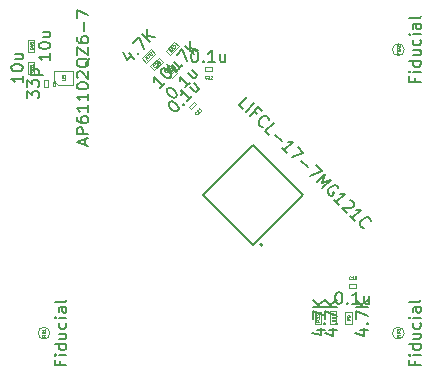
<source format=gbr>
%TF.GenerationSoftware,KiCad,Pcbnew,9.0.2*%
%TF.CreationDate,2025-11-14T17:05:06-08:00*%
%TF.ProjectId,pico2-nx-module,7069636f-322d-46e7-982d-6d6f64756c65,rev?*%
%TF.SameCoordinates,Original*%
%TF.FileFunction,AssemblyDrawing,Top*%
%FSLAX46Y46*%
G04 Gerber Fmt 4.6, Leading zero omitted, Abs format (unit mm)*
G04 Created by KiCad (PCBNEW 9.0.2) date 2025-11-14 17:05:06*
%MOMM*%
%LPD*%
G01*
G04 APERTURE LIST*
%ADD10C,0.150000*%
%ADD11C,0.040000*%
%ADD12C,0.100000*%
%ADD13C,0.127000*%
%ADD14C,0.200000*%
G04 APERTURE END LIST*
D10*
X113824197Y-74300834D02*
X114295602Y-74772239D01*
X113386464Y-74199819D02*
X113723182Y-74873254D01*
X113723182Y-74873254D02*
X114160915Y-74435521D01*
X114598647Y-74334506D02*
X114665991Y-74334506D01*
X114665991Y-74334506D02*
X114665991Y-74401849D01*
X114665991Y-74401849D02*
X114598647Y-74401849D01*
X114598647Y-74401849D02*
X114598647Y-74334506D01*
X114598647Y-74334506D02*
X114665991Y-74401849D01*
X114228258Y-73425369D02*
X114699662Y-72953964D01*
X114699662Y-72953964D02*
X115103723Y-73964117D01*
X115676143Y-73391697D02*
X114969036Y-72684590D01*
X116080204Y-72987636D02*
X115373097Y-72886621D01*
X115373097Y-72280529D02*
X115373097Y-73088651D01*
D11*
X113836016Y-73101144D02*
X113687187Y-73074880D01*
X113730961Y-73206200D02*
X113547113Y-73022352D01*
X113547113Y-73022352D02*
X113617150Y-72952315D01*
X113617150Y-72952315D02*
X113643414Y-72943560D01*
X113643414Y-72943560D02*
X113660923Y-72943560D01*
X113660923Y-72943560D02*
X113687187Y-72952315D01*
X113687187Y-72952315D02*
X113713451Y-72978579D01*
X113713451Y-72978579D02*
X113722206Y-73004843D01*
X113722206Y-73004843D02*
X113722206Y-73022352D01*
X113722206Y-73022352D02*
X113713451Y-73048616D01*
X113713451Y-73048616D02*
X113643414Y-73118653D01*
X113809752Y-72759712D02*
X113774734Y-72794731D01*
X113774734Y-72794731D02*
X113765979Y-72820995D01*
X113765979Y-72820995D02*
X113765979Y-72838504D01*
X113765979Y-72838504D02*
X113774734Y-72882278D01*
X113774734Y-72882278D02*
X113800998Y-72926051D01*
X113800998Y-72926051D02*
X113871035Y-72996088D01*
X113871035Y-72996088D02*
X113897299Y-73004843D01*
X113897299Y-73004843D02*
X113914808Y-73004843D01*
X113914808Y-73004843D02*
X113941072Y-72996088D01*
X113941072Y-72996088D02*
X113976091Y-72961070D01*
X113976091Y-72961070D02*
X113984846Y-72934806D01*
X113984846Y-72934806D02*
X113984846Y-72917296D01*
X113984846Y-72917296D02*
X113976091Y-72891032D01*
X113976091Y-72891032D02*
X113932318Y-72847259D01*
X113932318Y-72847259D02*
X113906054Y-72838504D01*
X113906054Y-72838504D02*
X113888544Y-72838504D01*
X113888544Y-72838504D02*
X113862280Y-72847259D01*
X113862280Y-72847259D02*
X113827262Y-72882278D01*
X113827262Y-72882278D02*
X113818507Y-72908542D01*
X113818507Y-72908542D02*
X113818507Y-72926051D01*
X113818507Y-72926051D02*
X113827262Y-72952315D01*
X113914808Y-72689675D02*
X113914808Y-72672166D01*
X113914808Y-72672166D02*
X113923563Y-72645902D01*
X113923563Y-72645902D02*
X113967336Y-72602129D01*
X113967336Y-72602129D02*
X113993600Y-72593374D01*
X113993600Y-72593374D02*
X114011109Y-72593374D01*
X114011109Y-72593374D02*
X114037373Y-72602129D01*
X114037373Y-72602129D02*
X114054883Y-72619638D01*
X114054883Y-72619638D02*
X114072392Y-72654657D01*
X114072392Y-72654657D02*
X114072392Y-72864768D01*
X114072392Y-72864768D02*
X114186203Y-72750958D01*
D10*
X103544819Y-73312857D02*
X103544819Y-73884285D01*
X103544819Y-73598571D02*
X102544819Y-73598571D01*
X102544819Y-73598571D02*
X102687676Y-73693809D01*
X102687676Y-73693809D02*
X102782914Y-73789047D01*
X102782914Y-73789047D02*
X102830533Y-73884285D01*
X102544819Y-72693809D02*
X102544819Y-72598571D01*
X102544819Y-72598571D02*
X102592438Y-72503333D01*
X102592438Y-72503333D02*
X102640057Y-72455714D01*
X102640057Y-72455714D02*
X102735295Y-72408095D01*
X102735295Y-72408095D02*
X102925771Y-72360476D01*
X102925771Y-72360476D02*
X103163866Y-72360476D01*
X103163866Y-72360476D02*
X103354342Y-72408095D01*
X103354342Y-72408095D02*
X103449580Y-72455714D01*
X103449580Y-72455714D02*
X103497200Y-72503333D01*
X103497200Y-72503333D02*
X103544819Y-72598571D01*
X103544819Y-72598571D02*
X103544819Y-72693809D01*
X103544819Y-72693809D02*
X103497200Y-72789047D01*
X103497200Y-72789047D02*
X103449580Y-72836666D01*
X103449580Y-72836666D02*
X103354342Y-72884285D01*
X103354342Y-72884285D02*
X103163866Y-72931904D01*
X103163866Y-72931904D02*
X102925771Y-72931904D01*
X102925771Y-72931904D02*
X102735295Y-72884285D01*
X102735295Y-72884285D02*
X102640057Y-72836666D01*
X102640057Y-72836666D02*
X102592438Y-72789047D01*
X102592438Y-72789047D02*
X102544819Y-72693809D01*
X102878152Y-71503333D02*
X103544819Y-71503333D01*
X102878152Y-71931904D02*
X103401961Y-71931904D01*
X103401961Y-71931904D02*
X103497200Y-71884285D01*
X103497200Y-71884285D02*
X103544819Y-71789047D01*
X103544819Y-71789047D02*
X103544819Y-71646190D01*
X103544819Y-71646190D02*
X103497200Y-71550952D01*
X103497200Y-71550952D02*
X103449580Y-71503333D01*
D11*
X102019765Y-72830714D02*
X102031670Y-72842618D01*
X102031670Y-72842618D02*
X102043574Y-72878333D01*
X102043574Y-72878333D02*
X102043574Y-72902142D01*
X102043574Y-72902142D02*
X102031670Y-72937856D01*
X102031670Y-72937856D02*
X102007860Y-72961666D01*
X102007860Y-72961666D02*
X101984050Y-72973571D01*
X101984050Y-72973571D02*
X101936431Y-72985475D01*
X101936431Y-72985475D02*
X101900717Y-72985475D01*
X101900717Y-72985475D02*
X101853098Y-72973571D01*
X101853098Y-72973571D02*
X101829289Y-72961666D01*
X101829289Y-72961666D02*
X101805479Y-72937856D01*
X101805479Y-72937856D02*
X101793574Y-72902142D01*
X101793574Y-72902142D02*
X101793574Y-72878333D01*
X101793574Y-72878333D02*
X101805479Y-72842618D01*
X101805479Y-72842618D02*
X101817384Y-72830714D01*
X101876908Y-72616428D02*
X102043574Y-72616428D01*
X101781670Y-72675952D02*
X101960241Y-72735475D01*
X101960241Y-72735475D02*
X101960241Y-72580714D01*
X101900717Y-72449761D02*
X101888812Y-72473571D01*
X101888812Y-72473571D02*
X101876908Y-72485476D01*
X101876908Y-72485476D02*
X101853098Y-72497380D01*
X101853098Y-72497380D02*
X101841193Y-72497380D01*
X101841193Y-72497380D02*
X101817384Y-72485476D01*
X101817384Y-72485476D02*
X101805479Y-72473571D01*
X101805479Y-72473571D02*
X101793574Y-72449761D01*
X101793574Y-72449761D02*
X101793574Y-72402142D01*
X101793574Y-72402142D02*
X101805479Y-72378333D01*
X101805479Y-72378333D02*
X101817384Y-72366428D01*
X101817384Y-72366428D02*
X101841193Y-72354523D01*
X101841193Y-72354523D02*
X101853098Y-72354523D01*
X101853098Y-72354523D02*
X101876908Y-72366428D01*
X101876908Y-72366428D02*
X101888812Y-72378333D01*
X101888812Y-72378333D02*
X101900717Y-72402142D01*
X101900717Y-72402142D02*
X101900717Y-72449761D01*
X101900717Y-72449761D02*
X101912622Y-72473571D01*
X101912622Y-72473571D02*
X101924527Y-72485476D01*
X101924527Y-72485476D02*
X101948336Y-72497380D01*
X101948336Y-72497380D02*
X101995955Y-72497380D01*
X101995955Y-72497380D02*
X102019765Y-72485476D01*
X102019765Y-72485476D02*
X102031670Y-72473571D01*
X102031670Y-72473571D02*
X102043574Y-72449761D01*
X102043574Y-72449761D02*
X102043574Y-72402142D01*
X102043574Y-72402142D02*
X102031670Y-72378333D01*
X102031670Y-72378333D02*
X102019765Y-72366428D01*
X102019765Y-72366428D02*
X101995955Y-72354523D01*
X101995955Y-72354523D02*
X101948336Y-72354523D01*
X101948336Y-72354523D02*
X101924527Y-72366428D01*
X101924527Y-72366428D02*
X101912622Y-72378333D01*
X101912622Y-72378333D02*
X101900717Y-72402142D01*
D10*
X127153552Y-96729410D02*
X127820219Y-96729410D01*
X126772600Y-96967505D02*
X127486885Y-97205600D01*
X127486885Y-97205600D02*
X127486885Y-96586553D01*
X127724980Y-96205600D02*
X127772600Y-96157981D01*
X127772600Y-96157981D02*
X127820219Y-96205600D01*
X127820219Y-96205600D02*
X127772600Y-96253219D01*
X127772600Y-96253219D02*
X127724980Y-96205600D01*
X127724980Y-96205600D02*
X127820219Y-96205600D01*
X126820219Y-95824648D02*
X126820219Y-95157982D01*
X126820219Y-95157982D02*
X127820219Y-95586553D01*
X127820219Y-94777029D02*
X126820219Y-94777029D01*
X127820219Y-94205601D02*
X127248790Y-94634172D01*
X126820219Y-94205601D02*
X127391647Y-94777029D01*
D11*
X126313600Y-95872743D02*
X126189791Y-95959410D01*
X126313600Y-96021315D02*
X126053600Y-96021315D01*
X126053600Y-96021315D02*
X126053600Y-95922267D01*
X126053600Y-95922267D02*
X126065981Y-95897505D01*
X126065981Y-95897505D02*
X126078362Y-95885124D01*
X126078362Y-95885124D02*
X126103124Y-95872743D01*
X126103124Y-95872743D02*
X126140267Y-95872743D01*
X126140267Y-95872743D02*
X126165029Y-95885124D01*
X126165029Y-95885124D02*
X126177410Y-95897505D01*
X126177410Y-95897505D02*
X126189791Y-95922267D01*
X126189791Y-95922267D02*
X126189791Y-96021315D01*
X126053600Y-95786077D02*
X126053600Y-95625124D01*
X126053600Y-95625124D02*
X126152648Y-95711791D01*
X126152648Y-95711791D02*
X126152648Y-95674648D01*
X126152648Y-95674648D02*
X126165029Y-95649886D01*
X126165029Y-95649886D02*
X126177410Y-95637505D01*
X126177410Y-95637505D02*
X126202172Y-95625124D01*
X126202172Y-95625124D02*
X126264077Y-95625124D01*
X126264077Y-95625124D02*
X126288839Y-95637505D01*
X126288839Y-95637505D02*
X126301220Y-95649886D01*
X126301220Y-95649886D02*
X126313600Y-95674648D01*
X126313600Y-95674648D02*
X126313600Y-95748934D01*
X126313600Y-95748934D02*
X126301220Y-95773696D01*
X126301220Y-95773696D02*
X126288839Y-95786077D01*
X126053600Y-95538458D02*
X126053600Y-95377505D01*
X126053600Y-95377505D02*
X126152648Y-95464172D01*
X126152648Y-95464172D02*
X126152648Y-95427029D01*
X126152648Y-95427029D02*
X126165029Y-95402267D01*
X126165029Y-95402267D02*
X126177410Y-95389886D01*
X126177410Y-95389886D02*
X126202172Y-95377505D01*
X126202172Y-95377505D02*
X126264077Y-95377505D01*
X126264077Y-95377505D02*
X126288839Y-95389886D01*
X126288839Y-95389886D02*
X126301220Y-95402267D01*
X126301220Y-95402267D02*
X126313600Y-95427029D01*
X126313600Y-95427029D02*
X126313600Y-95501315D01*
X126313600Y-95501315D02*
X126301220Y-95526077D01*
X126301220Y-95526077D02*
X126288839Y-95538458D01*
D10*
X101224821Y-75202855D02*
X101224821Y-75774283D01*
X101224821Y-75488569D02*
X100224821Y-75488569D01*
X100224821Y-75488569D02*
X100367678Y-75583807D01*
X100367678Y-75583807D02*
X100462916Y-75679045D01*
X100462916Y-75679045D02*
X100510535Y-75774283D01*
X100224821Y-74583807D02*
X100224821Y-74488569D01*
X100224821Y-74488569D02*
X100272440Y-74393331D01*
X100272440Y-74393331D02*
X100320059Y-74345712D01*
X100320059Y-74345712D02*
X100415297Y-74298093D01*
X100415297Y-74298093D02*
X100605773Y-74250474D01*
X100605773Y-74250474D02*
X100843868Y-74250474D01*
X100843868Y-74250474D02*
X101034344Y-74298093D01*
X101034344Y-74298093D02*
X101129582Y-74345712D01*
X101129582Y-74345712D02*
X101177202Y-74393331D01*
X101177202Y-74393331D02*
X101224821Y-74488569D01*
X101224821Y-74488569D02*
X101224821Y-74583807D01*
X101224821Y-74583807D02*
X101177202Y-74679045D01*
X101177202Y-74679045D02*
X101129582Y-74726664D01*
X101129582Y-74726664D02*
X101034344Y-74774283D01*
X101034344Y-74774283D02*
X100843868Y-74821902D01*
X100843868Y-74821902D02*
X100605773Y-74821902D01*
X100605773Y-74821902D02*
X100415297Y-74774283D01*
X100415297Y-74774283D02*
X100320059Y-74726664D01*
X100320059Y-74726664D02*
X100272440Y-74679045D01*
X100272440Y-74679045D02*
X100224821Y-74583807D01*
X100558154Y-73393331D02*
X101224821Y-73393331D01*
X100558154Y-73821902D02*
X101081963Y-73821902D01*
X101081963Y-73821902D02*
X101177202Y-73774283D01*
X101177202Y-73774283D02*
X101224821Y-73679045D01*
X101224821Y-73679045D02*
X101224821Y-73536188D01*
X101224821Y-73536188D02*
X101177202Y-73440950D01*
X101177202Y-73440950D02*
X101129582Y-73393331D01*
D11*
X102019767Y-74720712D02*
X102031672Y-74732616D01*
X102031672Y-74732616D02*
X102043576Y-74768331D01*
X102043576Y-74768331D02*
X102043576Y-74792140D01*
X102043576Y-74792140D02*
X102031672Y-74827854D01*
X102031672Y-74827854D02*
X102007862Y-74851664D01*
X102007862Y-74851664D02*
X101984052Y-74863569D01*
X101984052Y-74863569D02*
X101936433Y-74875473D01*
X101936433Y-74875473D02*
X101900719Y-74875473D01*
X101900719Y-74875473D02*
X101853100Y-74863569D01*
X101853100Y-74863569D02*
X101829291Y-74851664D01*
X101829291Y-74851664D02*
X101805481Y-74827854D01*
X101805481Y-74827854D02*
X101793576Y-74792140D01*
X101793576Y-74792140D02*
X101793576Y-74768331D01*
X101793576Y-74768331D02*
X101805481Y-74732616D01*
X101805481Y-74732616D02*
X101817386Y-74720712D01*
X101793576Y-74494521D02*
X101793576Y-74613569D01*
X101793576Y-74613569D02*
X101912624Y-74625473D01*
X101912624Y-74625473D02*
X101900719Y-74613569D01*
X101900719Y-74613569D02*
X101888814Y-74589759D01*
X101888814Y-74589759D02*
X101888814Y-74530235D01*
X101888814Y-74530235D02*
X101900719Y-74506426D01*
X101900719Y-74506426D02*
X101912624Y-74494521D01*
X101912624Y-74494521D02*
X101936433Y-74482616D01*
X101936433Y-74482616D02*
X101995957Y-74482616D01*
X101995957Y-74482616D02*
X102019767Y-74494521D01*
X102019767Y-74494521D02*
X102031672Y-74506426D01*
X102031672Y-74506426D02*
X102043576Y-74530235D01*
X102043576Y-74530235D02*
X102043576Y-74589759D01*
X102043576Y-74589759D02*
X102031672Y-74613569D01*
X102031672Y-74613569D02*
X102019767Y-74625473D01*
X102043576Y-74244521D02*
X102043576Y-74387378D01*
X102043576Y-74315950D02*
X101793576Y-74315950D01*
X101793576Y-74315950D02*
X101829291Y-74339759D01*
X101829291Y-74339759D02*
X101853100Y-74363569D01*
X101853100Y-74363569D02*
X101865005Y-74387378D01*
D10*
X113216691Y-75827007D02*
X112812630Y-76231068D01*
X113014661Y-76029037D02*
X112307554Y-75321931D01*
X112307554Y-75321931D02*
X112341226Y-75490289D01*
X112341226Y-75490289D02*
X112341226Y-75624976D01*
X112341226Y-75624976D02*
X112307554Y-75725992D01*
X112947317Y-74682167D02*
X113014661Y-74614824D01*
X113014661Y-74614824D02*
X113115676Y-74581152D01*
X113115676Y-74581152D02*
X113183020Y-74581152D01*
X113183020Y-74581152D02*
X113284035Y-74614824D01*
X113284035Y-74614824D02*
X113452394Y-74715839D01*
X113452394Y-74715839D02*
X113620752Y-74884198D01*
X113620752Y-74884198D02*
X113721768Y-75052557D01*
X113721768Y-75052557D02*
X113755439Y-75153572D01*
X113755439Y-75153572D02*
X113755439Y-75220915D01*
X113755439Y-75220915D02*
X113721768Y-75321931D01*
X113721768Y-75321931D02*
X113654424Y-75389274D01*
X113654424Y-75389274D02*
X113553409Y-75422946D01*
X113553409Y-75422946D02*
X113486065Y-75422946D01*
X113486065Y-75422946D02*
X113385050Y-75389274D01*
X113385050Y-75389274D02*
X113216691Y-75288259D01*
X113216691Y-75288259D02*
X113048333Y-75119900D01*
X113048333Y-75119900D02*
X112947317Y-74951541D01*
X112947317Y-74951541D02*
X112913646Y-74850526D01*
X112913646Y-74850526D02*
X112913646Y-74783183D01*
X112913646Y-74783183D02*
X112947317Y-74682167D01*
X114024814Y-74076076D02*
X114496218Y-74547480D01*
X113721768Y-74379121D02*
X114092157Y-74749511D01*
X114092157Y-74749511D02*
X114193172Y-74783182D01*
X114193172Y-74783182D02*
X114294188Y-74749511D01*
X114294188Y-74749511D02*
X114395203Y-74648495D01*
X114395203Y-74648495D02*
X114428875Y-74547480D01*
X114428875Y-74547480D02*
X114428875Y-74480137D01*
D11*
X112479242Y-74407704D02*
X112479242Y-74424540D01*
X112479242Y-74424540D02*
X112462406Y-74458212D01*
X112462406Y-74458212D02*
X112445570Y-74475048D01*
X112445570Y-74475048D02*
X112411899Y-74491883D01*
X112411899Y-74491883D02*
X112378227Y-74491883D01*
X112378227Y-74491883D02*
X112352973Y-74483466D01*
X112352973Y-74483466D02*
X112310883Y-74458212D01*
X112310883Y-74458212D02*
X112285630Y-74432958D01*
X112285630Y-74432958D02*
X112260376Y-74390868D01*
X112260376Y-74390868D02*
X112251958Y-74365614D01*
X112251958Y-74365614D02*
X112251958Y-74331943D01*
X112251958Y-74331943D02*
X112268794Y-74298271D01*
X112268794Y-74298271D02*
X112285630Y-74281435D01*
X112285630Y-74281435D02*
X112319301Y-74264599D01*
X112319301Y-74264599D02*
X112336137Y-74264599D01*
X112403481Y-74197256D02*
X112403481Y-74180420D01*
X112403481Y-74180420D02*
X112411899Y-74155166D01*
X112411899Y-74155166D02*
X112453988Y-74113076D01*
X112453988Y-74113076D02*
X112479242Y-74104658D01*
X112479242Y-74104658D02*
X112496078Y-74104658D01*
X112496078Y-74104658D02*
X112521332Y-74113076D01*
X112521332Y-74113076D02*
X112538168Y-74129912D01*
X112538168Y-74129912D02*
X112555004Y-74163584D01*
X112555004Y-74163584D02*
X112555004Y-74365614D01*
X112555004Y-74365614D02*
X112664437Y-74256181D01*
X112597093Y-73969972D02*
X112613929Y-73953136D01*
X112613929Y-73953136D02*
X112639183Y-73944718D01*
X112639183Y-73944718D02*
X112656019Y-73944718D01*
X112656019Y-73944718D02*
X112681272Y-73953136D01*
X112681272Y-73953136D02*
X112723362Y-73978389D01*
X112723362Y-73978389D02*
X112765452Y-74020479D01*
X112765452Y-74020479D02*
X112790706Y-74062569D01*
X112790706Y-74062569D02*
X112799124Y-74087823D01*
X112799124Y-74087823D02*
X112799124Y-74104659D01*
X112799124Y-74104659D02*
X112790706Y-74129912D01*
X112790706Y-74129912D02*
X112773870Y-74146748D01*
X112773870Y-74146748D02*
X112748616Y-74155166D01*
X112748616Y-74155166D02*
X112731780Y-74155166D01*
X112731780Y-74155166D02*
X112706526Y-74146748D01*
X112706526Y-74146748D02*
X112664437Y-74121494D01*
X112664437Y-74121494D02*
X112622347Y-74079405D01*
X112622347Y-74079405D02*
X112597093Y-74037315D01*
X112597093Y-74037315D02*
X112588675Y-74012061D01*
X112588675Y-74012061D02*
X112588675Y-73995225D01*
X112588675Y-73995225D02*
X112597093Y-73969972D01*
D10*
X134381009Y-75380952D02*
X134381009Y-75714285D01*
X134904819Y-75714285D02*
X133904819Y-75714285D01*
X133904819Y-75714285D02*
X133904819Y-75238095D01*
X134904819Y-74857142D02*
X134238152Y-74857142D01*
X133904819Y-74857142D02*
X133952438Y-74904761D01*
X133952438Y-74904761D02*
X134000057Y-74857142D01*
X134000057Y-74857142D02*
X133952438Y-74809523D01*
X133952438Y-74809523D02*
X133904819Y-74857142D01*
X133904819Y-74857142D02*
X134000057Y-74857142D01*
X134904819Y-73952381D02*
X133904819Y-73952381D01*
X134857200Y-73952381D02*
X134904819Y-74047619D01*
X134904819Y-74047619D02*
X134904819Y-74238095D01*
X134904819Y-74238095D02*
X134857200Y-74333333D01*
X134857200Y-74333333D02*
X134809580Y-74380952D01*
X134809580Y-74380952D02*
X134714342Y-74428571D01*
X134714342Y-74428571D02*
X134428628Y-74428571D01*
X134428628Y-74428571D02*
X134333390Y-74380952D01*
X134333390Y-74380952D02*
X134285771Y-74333333D01*
X134285771Y-74333333D02*
X134238152Y-74238095D01*
X134238152Y-74238095D02*
X134238152Y-74047619D01*
X134238152Y-74047619D02*
X134285771Y-73952381D01*
X134238152Y-73047619D02*
X134904819Y-73047619D01*
X134238152Y-73476190D02*
X134761961Y-73476190D01*
X134761961Y-73476190D02*
X134857200Y-73428571D01*
X134857200Y-73428571D02*
X134904819Y-73333333D01*
X134904819Y-73333333D02*
X134904819Y-73190476D01*
X134904819Y-73190476D02*
X134857200Y-73095238D01*
X134857200Y-73095238D02*
X134809580Y-73047619D01*
X134857200Y-72142857D02*
X134904819Y-72238095D01*
X134904819Y-72238095D02*
X134904819Y-72428571D01*
X134904819Y-72428571D02*
X134857200Y-72523809D01*
X134857200Y-72523809D02*
X134809580Y-72571428D01*
X134809580Y-72571428D02*
X134714342Y-72619047D01*
X134714342Y-72619047D02*
X134428628Y-72619047D01*
X134428628Y-72619047D02*
X134333390Y-72571428D01*
X134333390Y-72571428D02*
X134285771Y-72523809D01*
X134285771Y-72523809D02*
X134238152Y-72428571D01*
X134238152Y-72428571D02*
X134238152Y-72238095D01*
X134238152Y-72238095D02*
X134285771Y-72142857D01*
X134904819Y-71714285D02*
X134238152Y-71714285D01*
X133904819Y-71714285D02*
X133952438Y-71761904D01*
X133952438Y-71761904D02*
X134000057Y-71714285D01*
X134000057Y-71714285D02*
X133952438Y-71666666D01*
X133952438Y-71666666D02*
X133904819Y-71714285D01*
X133904819Y-71714285D02*
X134000057Y-71714285D01*
X134904819Y-70809524D02*
X134381009Y-70809524D01*
X134381009Y-70809524D02*
X134285771Y-70857143D01*
X134285771Y-70857143D02*
X134238152Y-70952381D01*
X134238152Y-70952381D02*
X134238152Y-71142857D01*
X134238152Y-71142857D02*
X134285771Y-71238095D01*
X134857200Y-70809524D02*
X134904819Y-70904762D01*
X134904819Y-70904762D02*
X134904819Y-71142857D01*
X134904819Y-71142857D02*
X134857200Y-71238095D01*
X134857200Y-71238095D02*
X134761961Y-71285714D01*
X134761961Y-71285714D02*
X134666723Y-71285714D01*
X134666723Y-71285714D02*
X134571485Y-71238095D01*
X134571485Y-71238095D02*
X134523866Y-71142857D01*
X134523866Y-71142857D02*
X134523866Y-70904762D01*
X134523866Y-70904762D02*
X134476247Y-70809524D01*
X134904819Y-70190476D02*
X134857200Y-70285714D01*
X134857200Y-70285714D02*
X134761961Y-70333333D01*
X134761961Y-70333333D02*
X133904819Y-70333333D01*
D11*
X132982622Y-73267856D02*
X132982622Y-73351190D01*
X133113574Y-73351190D02*
X132863574Y-73351190D01*
X132863574Y-73351190D02*
X132863574Y-73232142D01*
X133113574Y-73136904D02*
X132863574Y-73136904D01*
X133113574Y-73017856D02*
X132863574Y-73017856D01*
X132863574Y-73017856D02*
X132863574Y-72958332D01*
X132863574Y-72958332D02*
X132875479Y-72922618D01*
X132875479Y-72922618D02*
X132899289Y-72898808D01*
X132899289Y-72898808D02*
X132923098Y-72886903D01*
X132923098Y-72886903D02*
X132970717Y-72874999D01*
X132970717Y-72874999D02*
X133006431Y-72874999D01*
X133006431Y-72874999D02*
X133054050Y-72886903D01*
X133054050Y-72886903D02*
X133077860Y-72898808D01*
X133077860Y-72898808D02*
X133101670Y-72922618D01*
X133101670Y-72922618D02*
X133113574Y-72958332D01*
X133113574Y-72958332D02*
X133113574Y-73017856D01*
X132887384Y-72779760D02*
X132875479Y-72767856D01*
X132875479Y-72767856D02*
X132863574Y-72744046D01*
X132863574Y-72744046D02*
X132863574Y-72684522D01*
X132863574Y-72684522D02*
X132875479Y-72660713D01*
X132875479Y-72660713D02*
X132887384Y-72648808D01*
X132887384Y-72648808D02*
X132911193Y-72636903D01*
X132911193Y-72636903D02*
X132935003Y-72636903D01*
X132935003Y-72636903D02*
X132970717Y-72648808D01*
X132970717Y-72648808D02*
X133113574Y-72791665D01*
X133113574Y-72791665D02*
X133113574Y-72636903D01*
D10*
X126113552Y-96709412D02*
X126780219Y-96709412D01*
X125732600Y-96947507D02*
X126446885Y-97185602D01*
X126446885Y-97185602D02*
X126446885Y-96566555D01*
X126684980Y-96185602D02*
X126732600Y-96137983D01*
X126732600Y-96137983D02*
X126780219Y-96185602D01*
X126780219Y-96185602D02*
X126732600Y-96233221D01*
X126732600Y-96233221D02*
X126684980Y-96185602D01*
X126684980Y-96185602D02*
X126780219Y-96185602D01*
X125780219Y-95804650D02*
X125780219Y-95137984D01*
X125780219Y-95137984D02*
X126780219Y-95566555D01*
X126780219Y-94757031D02*
X125780219Y-94757031D01*
X126780219Y-94185603D02*
X126208790Y-94614174D01*
X125780219Y-94185603D02*
X126351647Y-94757031D01*
D11*
X127613600Y-95852745D02*
X127489791Y-95939412D01*
X127613600Y-96001317D02*
X127353600Y-96001317D01*
X127353600Y-96001317D02*
X127353600Y-95902269D01*
X127353600Y-95902269D02*
X127365981Y-95877507D01*
X127365981Y-95877507D02*
X127378362Y-95865126D01*
X127378362Y-95865126D02*
X127403124Y-95852745D01*
X127403124Y-95852745D02*
X127440267Y-95852745D01*
X127440267Y-95852745D02*
X127465029Y-95865126D01*
X127465029Y-95865126D02*
X127477410Y-95877507D01*
X127477410Y-95877507D02*
X127489791Y-95902269D01*
X127489791Y-95902269D02*
X127489791Y-96001317D01*
X127353600Y-95617507D02*
X127353600Y-95741317D01*
X127353600Y-95741317D02*
X127477410Y-95753698D01*
X127477410Y-95753698D02*
X127465029Y-95741317D01*
X127465029Y-95741317D02*
X127452648Y-95716555D01*
X127452648Y-95716555D02*
X127452648Y-95654650D01*
X127452648Y-95654650D02*
X127465029Y-95629888D01*
X127465029Y-95629888D02*
X127477410Y-95617507D01*
X127477410Y-95617507D02*
X127502172Y-95605126D01*
X127502172Y-95605126D02*
X127564077Y-95605126D01*
X127564077Y-95605126D02*
X127588839Y-95617507D01*
X127588839Y-95617507D02*
X127601220Y-95629888D01*
X127601220Y-95629888D02*
X127613600Y-95654650D01*
X127613600Y-95654650D02*
X127613600Y-95716555D01*
X127613600Y-95716555D02*
X127601220Y-95741317D01*
X127601220Y-95741317D02*
X127588839Y-95753698D01*
X127613600Y-95357507D02*
X127613600Y-95506079D01*
X127613600Y-95431793D02*
X127353600Y-95431793D01*
X127353600Y-95431793D02*
X127390743Y-95456555D01*
X127390743Y-95456555D02*
X127415505Y-95481317D01*
X127415505Y-95481317D02*
X127427886Y-95506079D01*
D10*
X127917314Y-93520019D02*
X128012552Y-93520019D01*
X128012552Y-93520019D02*
X128107790Y-93567638D01*
X128107790Y-93567638D02*
X128155409Y-93615257D01*
X128155409Y-93615257D02*
X128203028Y-93710495D01*
X128203028Y-93710495D02*
X128250647Y-93900971D01*
X128250647Y-93900971D02*
X128250647Y-94139066D01*
X128250647Y-94139066D02*
X128203028Y-94329542D01*
X128203028Y-94329542D02*
X128155409Y-94424780D01*
X128155409Y-94424780D02*
X128107790Y-94472400D01*
X128107790Y-94472400D02*
X128012552Y-94520019D01*
X128012552Y-94520019D02*
X127917314Y-94520019D01*
X127917314Y-94520019D02*
X127822076Y-94472400D01*
X127822076Y-94472400D02*
X127774457Y-94424780D01*
X127774457Y-94424780D02*
X127726838Y-94329542D01*
X127726838Y-94329542D02*
X127679219Y-94139066D01*
X127679219Y-94139066D02*
X127679219Y-93900971D01*
X127679219Y-93900971D02*
X127726838Y-93710495D01*
X127726838Y-93710495D02*
X127774457Y-93615257D01*
X127774457Y-93615257D02*
X127822076Y-93567638D01*
X127822076Y-93567638D02*
X127917314Y-93520019D01*
X128679219Y-94424780D02*
X128726838Y-94472400D01*
X128726838Y-94472400D02*
X128679219Y-94520019D01*
X128679219Y-94520019D02*
X128631600Y-94472400D01*
X128631600Y-94472400D02*
X128679219Y-94424780D01*
X128679219Y-94424780D02*
X128679219Y-94520019D01*
X129679218Y-94520019D02*
X129107790Y-94520019D01*
X129393504Y-94520019D02*
X129393504Y-93520019D01*
X129393504Y-93520019D02*
X129298266Y-93662876D01*
X129298266Y-93662876D02*
X129203028Y-93758114D01*
X129203028Y-93758114D02*
X129107790Y-93805733D01*
X130536361Y-93853352D02*
X130536361Y-94520019D01*
X130107790Y-93853352D02*
X130107790Y-94377161D01*
X130107790Y-94377161D02*
X130155409Y-94472400D01*
X130155409Y-94472400D02*
X130250647Y-94520019D01*
X130250647Y-94520019D02*
X130393504Y-94520019D01*
X130393504Y-94520019D02*
X130488742Y-94472400D01*
X130488742Y-94472400D02*
X130536361Y-94424780D01*
D11*
X128970885Y-92424964D02*
X128958981Y-92436869D01*
X128958981Y-92436869D02*
X128923266Y-92448773D01*
X128923266Y-92448773D02*
X128899457Y-92448773D01*
X128899457Y-92448773D02*
X128863743Y-92436869D01*
X128863743Y-92436869D02*
X128839933Y-92413059D01*
X128839933Y-92413059D02*
X128828028Y-92389249D01*
X128828028Y-92389249D02*
X128816124Y-92341630D01*
X128816124Y-92341630D02*
X128816124Y-92305916D01*
X128816124Y-92305916D02*
X128828028Y-92258297D01*
X128828028Y-92258297D02*
X128839933Y-92234488D01*
X128839933Y-92234488D02*
X128863743Y-92210678D01*
X128863743Y-92210678D02*
X128899457Y-92198773D01*
X128899457Y-92198773D02*
X128923266Y-92198773D01*
X128923266Y-92198773D02*
X128958981Y-92210678D01*
X128958981Y-92210678D02*
X128970885Y-92222583D01*
X129208981Y-92448773D02*
X129066124Y-92448773D01*
X129137552Y-92448773D02*
X129137552Y-92198773D01*
X129137552Y-92198773D02*
X129113743Y-92234488D01*
X129113743Y-92234488D02*
X129089933Y-92258297D01*
X129089933Y-92258297D02*
X129066124Y-92270202D01*
X129351838Y-92305916D02*
X129328028Y-92294011D01*
X129328028Y-92294011D02*
X129316123Y-92282107D01*
X129316123Y-92282107D02*
X129304219Y-92258297D01*
X129304219Y-92258297D02*
X129304219Y-92246392D01*
X129304219Y-92246392D02*
X129316123Y-92222583D01*
X129316123Y-92222583D02*
X129328028Y-92210678D01*
X129328028Y-92210678D02*
X129351838Y-92198773D01*
X129351838Y-92198773D02*
X129399457Y-92198773D01*
X129399457Y-92198773D02*
X129423266Y-92210678D01*
X129423266Y-92210678D02*
X129435171Y-92222583D01*
X129435171Y-92222583D02*
X129447076Y-92246392D01*
X129447076Y-92246392D02*
X129447076Y-92258297D01*
X129447076Y-92258297D02*
X129435171Y-92282107D01*
X129435171Y-92282107D02*
X129423266Y-92294011D01*
X129423266Y-92294011D02*
X129399457Y-92305916D01*
X129399457Y-92305916D02*
X129351838Y-92305916D01*
X129351838Y-92305916D02*
X129328028Y-92317821D01*
X129328028Y-92317821D02*
X129316123Y-92329726D01*
X129316123Y-92329726D02*
X129304219Y-92353535D01*
X129304219Y-92353535D02*
X129304219Y-92401154D01*
X129304219Y-92401154D02*
X129316123Y-92424964D01*
X129316123Y-92424964D02*
X129328028Y-92436869D01*
X129328028Y-92436869D02*
X129351838Y-92448773D01*
X129351838Y-92448773D02*
X129399457Y-92448773D01*
X129399457Y-92448773D02*
X129423266Y-92436869D01*
X129423266Y-92436869D02*
X129435171Y-92424964D01*
X129435171Y-92424964D02*
X129447076Y-92401154D01*
X129447076Y-92401154D02*
X129447076Y-92353535D01*
X129447076Y-92353535D02*
X129435171Y-92329726D01*
X129435171Y-92329726D02*
X129423266Y-92317821D01*
X129423266Y-92317821D02*
X129399457Y-92305916D01*
D10*
X101584819Y-77131902D02*
X101584819Y-76512855D01*
X101584819Y-76512855D02*
X101965771Y-76846188D01*
X101965771Y-76846188D02*
X101965771Y-76703331D01*
X101965771Y-76703331D02*
X102013390Y-76608093D01*
X102013390Y-76608093D02*
X102061009Y-76560474D01*
X102061009Y-76560474D02*
X102156247Y-76512855D01*
X102156247Y-76512855D02*
X102394342Y-76512855D01*
X102394342Y-76512855D02*
X102489580Y-76560474D01*
X102489580Y-76560474D02*
X102537200Y-76608093D01*
X102537200Y-76608093D02*
X102584819Y-76703331D01*
X102584819Y-76703331D02*
X102584819Y-76989045D01*
X102584819Y-76989045D02*
X102537200Y-77084283D01*
X102537200Y-77084283D02*
X102489580Y-77131902D01*
X101584819Y-76179521D02*
X101584819Y-75560474D01*
X101584819Y-75560474D02*
X101965771Y-75893807D01*
X101965771Y-75893807D02*
X101965771Y-75750950D01*
X101965771Y-75750950D02*
X102013390Y-75655712D01*
X102013390Y-75655712D02*
X102061009Y-75608093D01*
X102061009Y-75608093D02*
X102156247Y-75560474D01*
X102156247Y-75560474D02*
X102394342Y-75560474D01*
X102394342Y-75560474D02*
X102489580Y-75608093D01*
X102489580Y-75608093D02*
X102537200Y-75655712D01*
X102537200Y-75655712D02*
X102584819Y-75750950D01*
X102584819Y-75750950D02*
X102584819Y-76036664D01*
X102584819Y-76036664D02*
X102537200Y-76131902D01*
X102537200Y-76131902D02*
X102489580Y-76179521D01*
X101918152Y-75131902D02*
X102918152Y-75131902D01*
X101965771Y-75131902D02*
X101918152Y-75036664D01*
X101918152Y-75036664D02*
X101918152Y-74846188D01*
X101918152Y-74846188D02*
X101965771Y-74750950D01*
X101965771Y-74750950D02*
X102013390Y-74703331D01*
X102013390Y-74703331D02*
X102108628Y-74655712D01*
X102108628Y-74655712D02*
X102394342Y-74655712D01*
X102394342Y-74655712D02*
X102489580Y-74703331D01*
X102489580Y-74703331D02*
X102537200Y-74750950D01*
X102537200Y-74750950D02*
X102584819Y-74846188D01*
X102584819Y-74846188D02*
X102584819Y-75036664D01*
X102584819Y-75036664D02*
X102537200Y-75131902D01*
D11*
X103949766Y-75911664D02*
X103961671Y-75923568D01*
X103961671Y-75923568D02*
X103973575Y-75959283D01*
X103973575Y-75959283D02*
X103973575Y-75983092D01*
X103973575Y-75983092D02*
X103961671Y-76018806D01*
X103961671Y-76018806D02*
X103937861Y-76042616D01*
X103937861Y-76042616D02*
X103914051Y-76054521D01*
X103914051Y-76054521D02*
X103866432Y-76066425D01*
X103866432Y-76066425D02*
X103830718Y-76066425D01*
X103830718Y-76066425D02*
X103783099Y-76054521D01*
X103783099Y-76054521D02*
X103759290Y-76042616D01*
X103759290Y-76042616D02*
X103735480Y-76018806D01*
X103735480Y-76018806D02*
X103723575Y-75983092D01*
X103723575Y-75983092D02*
X103723575Y-75959283D01*
X103723575Y-75959283D02*
X103735480Y-75923568D01*
X103735480Y-75923568D02*
X103747385Y-75911664D01*
X103723575Y-75697378D02*
X103723575Y-75744997D01*
X103723575Y-75744997D02*
X103735480Y-75768806D01*
X103735480Y-75768806D02*
X103747385Y-75780711D01*
X103747385Y-75780711D02*
X103783099Y-75804521D01*
X103783099Y-75804521D02*
X103830718Y-75816425D01*
X103830718Y-75816425D02*
X103925956Y-75816425D01*
X103925956Y-75816425D02*
X103949766Y-75804521D01*
X103949766Y-75804521D02*
X103961671Y-75792616D01*
X103961671Y-75792616D02*
X103973575Y-75768806D01*
X103973575Y-75768806D02*
X103973575Y-75721187D01*
X103973575Y-75721187D02*
X103961671Y-75697378D01*
X103961671Y-75697378D02*
X103949766Y-75685473D01*
X103949766Y-75685473D02*
X103925956Y-75673568D01*
X103925956Y-75673568D02*
X103866432Y-75673568D01*
X103866432Y-75673568D02*
X103842623Y-75685473D01*
X103842623Y-75685473D02*
X103830718Y-75697378D01*
X103830718Y-75697378D02*
X103818813Y-75721187D01*
X103818813Y-75721187D02*
X103818813Y-75768806D01*
X103818813Y-75768806D02*
X103830718Y-75792616D01*
X103830718Y-75792616D02*
X103842623Y-75804521D01*
X103842623Y-75804521D02*
X103866432Y-75816425D01*
D10*
X129753552Y-96729410D02*
X130420219Y-96729410D01*
X129372600Y-96967505D02*
X130086885Y-97205600D01*
X130086885Y-97205600D02*
X130086885Y-96586553D01*
X130324980Y-96205600D02*
X130372600Y-96157981D01*
X130372600Y-96157981D02*
X130420219Y-96205600D01*
X130420219Y-96205600D02*
X130372600Y-96253219D01*
X130372600Y-96253219D02*
X130324980Y-96205600D01*
X130324980Y-96205600D02*
X130420219Y-96205600D01*
X129420219Y-95824648D02*
X129420219Y-95157982D01*
X129420219Y-95157982D02*
X130420219Y-95586553D01*
X130420219Y-94777029D02*
X129420219Y-94777029D01*
X130420219Y-94205601D02*
X129848790Y-94634172D01*
X129420219Y-94205601D02*
X129991647Y-94777029D01*
D11*
X128913600Y-95748933D02*
X128789791Y-95835600D01*
X128913600Y-95897505D02*
X128653600Y-95897505D01*
X128653600Y-95897505D02*
X128653600Y-95798457D01*
X128653600Y-95798457D02*
X128665981Y-95773695D01*
X128665981Y-95773695D02*
X128678362Y-95761314D01*
X128678362Y-95761314D02*
X128703124Y-95748933D01*
X128703124Y-95748933D02*
X128740267Y-95748933D01*
X128740267Y-95748933D02*
X128765029Y-95761314D01*
X128765029Y-95761314D02*
X128777410Y-95773695D01*
X128777410Y-95773695D02*
X128789791Y-95798457D01*
X128789791Y-95798457D02*
X128789791Y-95897505D01*
X128913600Y-95625124D02*
X128913600Y-95575600D01*
X128913600Y-95575600D02*
X128901220Y-95550838D01*
X128901220Y-95550838D02*
X128888839Y-95538457D01*
X128888839Y-95538457D02*
X128851696Y-95513695D01*
X128851696Y-95513695D02*
X128802172Y-95501314D01*
X128802172Y-95501314D02*
X128703124Y-95501314D01*
X128703124Y-95501314D02*
X128678362Y-95513695D01*
X128678362Y-95513695D02*
X128665981Y-95526076D01*
X128665981Y-95526076D02*
X128653600Y-95550838D01*
X128653600Y-95550838D02*
X128653600Y-95600362D01*
X128653600Y-95600362D02*
X128665981Y-95625124D01*
X128665981Y-95625124D02*
X128678362Y-95637505D01*
X128678362Y-95637505D02*
X128703124Y-95649886D01*
X128703124Y-95649886D02*
X128765029Y-95649886D01*
X128765029Y-95649886D02*
X128789791Y-95637505D01*
X128789791Y-95637505D02*
X128802172Y-95625124D01*
X128802172Y-95625124D02*
X128814553Y-95600362D01*
X128814553Y-95600362D02*
X128814553Y-95550838D01*
X128814553Y-95550838D02*
X128802172Y-95526076D01*
X128802172Y-95526076D02*
X128789791Y-95513695D01*
X128789791Y-95513695D02*
X128765029Y-95501314D01*
D10*
X106479106Y-81062972D02*
X106479106Y-80586782D01*
X106764821Y-81158210D02*
X105764821Y-80824877D01*
X105764821Y-80824877D02*
X106764821Y-80491544D01*
X106764821Y-80158210D02*
X105764821Y-80158210D01*
X105764821Y-80158210D02*
X105764821Y-79777258D01*
X105764821Y-79777258D02*
X105812440Y-79682020D01*
X105812440Y-79682020D02*
X105860059Y-79634401D01*
X105860059Y-79634401D02*
X105955297Y-79586782D01*
X105955297Y-79586782D02*
X106098154Y-79586782D01*
X106098154Y-79586782D02*
X106193392Y-79634401D01*
X106193392Y-79634401D02*
X106241011Y-79682020D01*
X106241011Y-79682020D02*
X106288630Y-79777258D01*
X106288630Y-79777258D02*
X106288630Y-80158210D01*
X105764821Y-78729639D02*
X105764821Y-78920115D01*
X105764821Y-78920115D02*
X105812440Y-79015353D01*
X105812440Y-79015353D02*
X105860059Y-79062972D01*
X105860059Y-79062972D02*
X106002916Y-79158210D01*
X106002916Y-79158210D02*
X106193392Y-79205829D01*
X106193392Y-79205829D02*
X106574344Y-79205829D01*
X106574344Y-79205829D02*
X106669582Y-79158210D01*
X106669582Y-79158210D02*
X106717202Y-79110591D01*
X106717202Y-79110591D02*
X106764821Y-79015353D01*
X106764821Y-79015353D02*
X106764821Y-78824877D01*
X106764821Y-78824877D02*
X106717202Y-78729639D01*
X106717202Y-78729639D02*
X106669582Y-78682020D01*
X106669582Y-78682020D02*
X106574344Y-78634401D01*
X106574344Y-78634401D02*
X106336249Y-78634401D01*
X106336249Y-78634401D02*
X106241011Y-78682020D01*
X106241011Y-78682020D02*
X106193392Y-78729639D01*
X106193392Y-78729639D02*
X106145773Y-78824877D01*
X106145773Y-78824877D02*
X106145773Y-79015353D01*
X106145773Y-79015353D02*
X106193392Y-79110591D01*
X106193392Y-79110591D02*
X106241011Y-79158210D01*
X106241011Y-79158210D02*
X106336249Y-79205829D01*
X106764821Y-77682020D02*
X106764821Y-78253448D01*
X106764821Y-77967734D02*
X105764821Y-77967734D01*
X105764821Y-77967734D02*
X105907678Y-78062972D01*
X105907678Y-78062972D02*
X106002916Y-78158210D01*
X106002916Y-78158210D02*
X106050535Y-78253448D01*
X106764821Y-76729639D02*
X106764821Y-77301067D01*
X106764821Y-77015353D02*
X105764821Y-77015353D01*
X105764821Y-77015353D02*
X105907678Y-77110591D01*
X105907678Y-77110591D02*
X106002916Y-77205829D01*
X106002916Y-77205829D02*
X106050535Y-77301067D01*
X105764821Y-76110591D02*
X105764821Y-76015353D01*
X105764821Y-76015353D02*
X105812440Y-75920115D01*
X105812440Y-75920115D02*
X105860059Y-75872496D01*
X105860059Y-75872496D02*
X105955297Y-75824877D01*
X105955297Y-75824877D02*
X106145773Y-75777258D01*
X106145773Y-75777258D02*
X106383868Y-75777258D01*
X106383868Y-75777258D02*
X106574344Y-75824877D01*
X106574344Y-75824877D02*
X106669582Y-75872496D01*
X106669582Y-75872496D02*
X106717202Y-75920115D01*
X106717202Y-75920115D02*
X106764821Y-76015353D01*
X106764821Y-76015353D02*
X106764821Y-76110591D01*
X106764821Y-76110591D02*
X106717202Y-76205829D01*
X106717202Y-76205829D02*
X106669582Y-76253448D01*
X106669582Y-76253448D02*
X106574344Y-76301067D01*
X106574344Y-76301067D02*
X106383868Y-76348686D01*
X106383868Y-76348686D02*
X106145773Y-76348686D01*
X106145773Y-76348686D02*
X105955297Y-76301067D01*
X105955297Y-76301067D02*
X105860059Y-76253448D01*
X105860059Y-76253448D02*
X105812440Y-76205829D01*
X105812440Y-76205829D02*
X105764821Y-76110591D01*
X105860059Y-75396305D02*
X105812440Y-75348686D01*
X105812440Y-75348686D02*
X105764821Y-75253448D01*
X105764821Y-75253448D02*
X105764821Y-75015353D01*
X105764821Y-75015353D02*
X105812440Y-74920115D01*
X105812440Y-74920115D02*
X105860059Y-74872496D01*
X105860059Y-74872496D02*
X105955297Y-74824877D01*
X105955297Y-74824877D02*
X106050535Y-74824877D01*
X106050535Y-74824877D02*
X106193392Y-74872496D01*
X106193392Y-74872496D02*
X106764821Y-75443924D01*
X106764821Y-75443924D02*
X106764821Y-74824877D01*
X106860059Y-73729639D02*
X106812440Y-73824877D01*
X106812440Y-73824877D02*
X106717202Y-73920115D01*
X106717202Y-73920115D02*
X106574344Y-74062972D01*
X106574344Y-74062972D02*
X106526725Y-74158210D01*
X106526725Y-74158210D02*
X106526725Y-74253448D01*
X106764821Y-74205829D02*
X106717202Y-74301067D01*
X106717202Y-74301067D02*
X106621963Y-74396305D01*
X106621963Y-74396305D02*
X106431487Y-74443924D01*
X106431487Y-74443924D02*
X106098154Y-74443924D01*
X106098154Y-74443924D02*
X105907678Y-74396305D01*
X105907678Y-74396305D02*
X105812440Y-74301067D01*
X105812440Y-74301067D02*
X105764821Y-74205829D01*
X105764821Y-74205829D02*
X105764821Y-74015353D01*
X105764821Y-74015353D02*
X105812440Y-73920115D01*
X105812440Y-73920115D02*
X105907678Y-73824877D01*
X105907678Y-73824877D02*
X106098154Y-73777258D01*
X106098154Y-73777258D02*
X106431487Y-73777258D01*
X106431487Y-73777258D02*
X106621963Y-73824877D01*
X106621963Y-73824877D02*
X106717202Y-73920115D01*
X106717202Y-73920115D02*
X106764821Y-74015353D01*
X106764821Y-74015353D02*
X106764821Y-74205829D01*
X105764821Y-73443924D02*
X105764821Y-72777258D01*
X105764821Y-72777258D02*
X106764821Y-73443924D01*
X106764821Y-73443924D02*
X106764821Y-72777258D01*
X105764821Y-71967734D02*
X105764821Y-72158210D01*
X105764821Y-72158210D02*
X105812440Y-72253448D01*
X105812440Y-72253448D02*
X105860059Y-72301067D01*
X105860059Y-72301067D02*
X106002916Y-72396305D01*
X106002916Y-72396305D02*
X106193392Y-72443924D01*
X106193392Y-72443924D02*
X106574344Y-72443924D01*
X106574344Y-72443924D02*
X106669582Y-72396305D01*
X106669582Y-72396305D02*
X106717202Y-72348686D01*
X106717202Y-72348686D02*
X106764821Y-72253448D01*
X106764821Y-72253448D02*
X106764821Y-72062972D01*
X106764821Y-72062972D02*
X106717202Y-71967734D01*
X106717202Y-71967734D02*
X106669582Y-71920115D01*
X106669582Y-71920115D02*
X106574344Y-71872496D01*
X106574344Y-71872496D02*
X106336249Y-71872496D01*
X106336249Y-71872496D02*
X106241011Y-71920115D01*
X106241011Y-71920115D02*
X106193392Y-71967734D01*
X106193392Y-71967734D02*
X106145773Y-72062972D01*
X106145773Y-72062972D02*
X106145773Y-72253448D01*
X106145773Y-72253448D02*
X106193392Y-72348686D01*
X106193392Y-72348686D02*
X106241011Y-72396305D01*
X106241011Y-72396305D02*
X106336249Y-72443924D01*
X106383868Y-71443924D02*
X106383868Y-70682020D01*
X105764821Y-70301067D02*
X105764821Y-69634401D01*
X105764821Y-69634401D02*
X106764821Y-70062972D01*
D11*
X104496707Y-75601068D02*
X104739564Y-75601068D01*
X104739564Y-75601068D02*
X104768136Y-75586782D01*
X104768136Y-75586782D02*
X104782422Y-75572497D01*
X104782422Y-75572497D02*
X104796707Y-75543925D01*
X104796707Y-75543925D02*
X104796707Y-75486782D01*
X104796707Y-75486782D02*
X104782422Y-75458211D01*
X104782422Y-75458211D02*
X104768136Y-75443925D01*
X104768136Y-75443925D02*
X104739564Y-75429639D01*
X104739564Y-75429639D02*
X104496707Y-75429639D01*
X104496707Y-75143925D02*
X104496707Y-75286782D01*
X104496707Y-75286782D02*
X104639564Y-75301068D01*
X104639564Y-75301068D02*
X104625279Y-75286782D01*
X104625279Y-75286782D02*
X104610993Y-75258211D01*
X104610993Y-75258211D02*
X104610993Y-75186782D01*
X104610993Y-75186782D02*
X104625279Y-75158211D01*
X104625279Y-75158211D02*
X104639564Y-75143925D01*
X104639564Y-75143925D02*
X104668136Y-75129639D01*
X104668136Y-75129639D02*
X104739564Y-75129639D01*
X104739564Y-75129639D02*
X104768136Y-75143925D01*
X104768136Y-75143925D02*
X104782422Y-75158211D01*
X104782422Y-75158211D02*
X104796707Y-75186782D01*
X104796707Y-75186782D02*
X104796707Y-75258211D01*
X104796707Y-75258211D02*
X104782422Y-75286782D01*
X104782422Y-75286782D02*
X104768136Y-75301068D01*
D10*
X134381009Y-99380952D02*
X134381009Y-99714285D01*
X134904819Y-99714285D02*
X133904819Y-99714285D01*
X133904819Y-99714285D02*
X133904819Y-99238095D01*
X134904819Y-98857142D02*
X134238152Y-98857142D01*
X133904819Y-98857142D02*
X133952438Y-98904761D01*
X133952438Y-98904761D02*
X134000057Y-98857142D01*
X134000057Y-98857142D02*
X133952438Y-98809523D01*
X133952438Y-98809523D02*
X133904819Y-98857142D01*
X133904819Y-98857142D02*
X134000057Y-98857142D01*
X134904819Y-97952381D02*
X133904819Y-97952381D01*
X134857200Y-97952381D02*
X134904819Y-98047619D01*
X134904819Y-98047619D02*
X134904819Y-98238095D01*
X134904819Y-98238095D02*
X134857200Y-98333333D01*
X134857200Y-98333333D02*
X134809580Y-98380952D01*
X134809580Y-98380952D02*
X134714342Y-98428571D01*
X134714342Y-98428571D02*
X134428628Y-98428571D01*
X134428628Y-98428571D02*
X134333390Y-98380952D01*
X134333390Y-98380952D02*
X134285771Y-98333333D01*
X134285771Y-98333333D02*
X134238152Y-98238095D01*
X134238152Y-98238095D02*
X134238152Y-98047619D01*
X134238152Y-98047619D02*
X134285771Y-97952381D01*
X134238152Y-97047619D02*
X134904819Y-97047619D01*
X134238152Y-97476190D02*
X134761961Y-97476190D01*
X134761961Y-97476190D02*
X134857200Y-97428571D01*
X134857200Y-97428571D02*
X134904819Y-97333333D01*
X134904819Y-97333333D02*
X134904819Y-97190476D01*
X134904819Y-97190476D02*
X134857200Y-97095238D01*
X134857200Y-97095238D02*
X134809580Y-97047619D01*
X134857200Y-96142857D02*
X134904819Y-96238095D01*
X134904819Y-96238095D02*
X134904819Y-96428571D01*
X134904819Y-96428571D02*
X134857200Y-96523809D01*
X134857200Y-96523809D02*
X134809580Y-96571428D01*
X134809580Y-96571428D02*
X134714342Y-96619047D01*
X134714342Y-96619047D02*
X134428628Y-96619047D01*
X134428628Y-96619047D02*
X134333390Y-96571428D01*
X134333390Y-96571428D02*
X134285771Y-96523809D01*
X134285771Y-96523809D02*
X134238152Y-96428571D01*
X134238152Y-96428571D02*
X134238152Y-96238095D01*
X134238152Y-96238095D02*
X134285771Y-96142857D01*
X134904819Y-95714285D02*
X134238152Y-95714285D01*
X133904819Y-95714285D02*
X133952438Y-95761904D01*
X133952438Y-95761904D02*
X134000057Y-95714285D01*
X134000057Y-95714285D02*
X133952438Y-95666666D01*
X133952438Y-95666666D02*
X133904819Y-95714285D01*
X133904819Y-95714285D02*
X134000057Y-95714285D01*
X134904819Y-94809524D02*
X134381009Y-94809524D01*
X134381009Y-94809524D02*
X134285771Y-94857143D01*
X134285771Y-94857143D02*
X134238152Y-94952381D01*
X134238152Y-94952381D02*
X134238152Y-95142857D01*
X134238152Y-95142857D02*
X134285771Y-95238095D01*
X134857200Y-94809524D02*
X134904819Y-94904762D01*
X134904819Y-94904762D02*
X134904819Y-95142857D01*
X134904819Y-95142857D02*
X134857200Y-95238095D01*
X134857200Y-95238095D02*
X134761961Y-95285714D01*
X134761961Y-95285714D02*
X134666723Y-95285714D01*
X134666723Y-95285714D02*
X134571485Y-95238095D01*
X134571485Y-95238095D02*
X134523866Y-95142857D01*
X134523866Y-95142857D02*
X134523866Y-94904762D01*
X134523866Y-94904762D02*
X134476247Y-94809524D01*
X134904819Y-94190476D02*
X134857200Y-94285714D01*
X134857200Y-94285714D02*
X134761961Y-94333333D01*
X134761961Y-94333333D02*
X133904819Y-94333333D01*
D11*
X132982622Y-97267856D02*
X132982622Y-97351190D01*
X133113574Y-97351190D02*
X132863574Y-97351190D01*
X132863574Y-97351190D02*
X132863574Y-97232142D01*
X133113574Y-97136904D02*
X132863574Y-97136904D01*
X133113574Y-97017856D02*
X132863574Y-97017856D01*
X132863574Y-97017856D02*
X132863574Y-96958332D01*
X132863574Y-96958332D02*
X132875479Y-96922618D01*
X132875479Y-96922618D02*
X132899289Y-96898808D01*
X132899289Y-96898808D02*
X132923098Y-96886903D01*
X132923098Y-96886903D02*
X132970717Y-96874999D01*
X132970717Y-96874999D02*
X133006431Y-96874999D01*
X133006431Y-96874999D02*
X133054050Y-96886903D01*
X133054050Y-96886903D02*
X133077860Y-96898808D01*
X133077860Y-96898808D02*
X133101670Y-96922618D01*
X133101670Y-96922618D02*
X133113574Y-96958332D01*
X133113574Y-96958332D02*
X133113574Y-97017856D01*
X132863574Y-96791665D02*
X132863574Y-96636903D01*
X132863574Y-96636903D02*
X132958812Y-96720237D01*
X132958812Y-96720237D02*
X132958812Y-96684522D01*
X132958812Y-96684522D02*
X132970717Y-96660713D01*
X132970717Y-96660713D02*
X132982622Y-96648808D01*
X132982622Y-96648808D02*
X133006431Y-96636903D01*
X133006431Y-96636903D02*
X133065955Y-96636903D01*
X133065955Y-96636903D02*
X133089765Y-96648808D01*
X133089765Y-96648808D02*
X133101670Y-96660713D01*
X133101670Y-96660713D02*
X133113574Y-96684522D01*
X133113574Y-96684522D02*
X133113574Y-96755951D01*
X133113574Y-96755951D02*
X133101670Y-96779760D01*
X133101670Y-96779760D02*
X133089765Y-96791665D01*
D10*
X110158319Y-73277452D02*
X110629724Y-73748857D01*
X109720586Y-73176437D02*
X110057304Y-73849872D01*
X110057304Y-73849872D02*
X110495037Y-73412139D01*
X110932769Y-73311124D02*
X111000113Y-73311124D01*
X111000113Y-73311124D02*
X111000113Y-73378467D01*
X111000113Y-73378467D02*
X110932769Y-73378467D01*
X110932769Y-73378467D02*
X110932769Y-73311124D01*
X110932769Y-73311124D02*
X111000113Y-73378467D01*
X110562380Y-72401987D02*
X111033784Y-71930582D01*
X111033784Y-71930582D02*
X111437845Y-72940735D01*
X112010265Y-72368315D02*
X111303158Y-71661208D01*
X112414326Y-71964254D02*
X111707219Y-71863239D01*
X111707219Y-71257147D02*
X111707219Y-72065269D01*
D11*
X111824768Y-73732392D02*
X111675939Y-73706128D01*
X111719713Y-73837448D02*
X111535865Y-73653600D01*
X111535865Y-73653600D02*
X111605902Y-73583563D01*
X111605902Y-73583563D02*
X111632166Y-73574808D01*
X111632166Y-73574808D02*
X111649675Y-73574808D01*
X111649675Y-73574808D02*
X111675939Y-73583563D01*
X111675939Y-73583563D02*
X111702203Y-73609827D01*
X111702203Y-73609827D02*
X111710958Y-73636091D01*
X111710958Y-73636091D02*
X111710958Y-73653600D01*
X111710958Y-73653600D02*
X111702203Y-73679864D01*
X111702203Y-73679864D02*
X111632166Y-73749901D01*
X111702203Y-73487262D02*
X111824768Y-73364696D01*
X111824768Y-73364696D02*
X111929824Y-73627336D01*
X111999861Y-73347187D02*
X111973597Y-73355942D01*
X111973597Y-73355942D02*
X111956088Y-73355942D01*
X111956088Y-73355942D02*
X111929824Y-73347187D01*
X111929824Y-73347187D02*
X111921070Y-73338433D01*
X111921070Y-73338433D02*
X111912315Y-73312169D01*
X111912315Y-73312169D02*
X111912315Y-73294659D01*
X111912315Y-73294659D02*
X111921070Y-73268395D01*
X111921070Y-73268395D02*
X111956088Y-73233377D01*
X111956088Y-73233377D02*
X111982352Y-73224622D01*
X111982352Y-73224622D02*
X111999861Y-73224622D01*
X111999861Y-73224622D02*
X112026125Y-73233377D01*
X112026125Y-73233377D02*
X112034880Y-73242131D01*
X112034880Y-73242131D02*
X112043635Y-73268395D01*
X112043635Y-73268395D02*
X112043635Y-73285905D01*
X112043635Y-73285905D02*
X112034880Y-73312169D01*
X112034880Y-73312169D02*
X111999861Y-73347187D01*
X111999861Y-73347187D02*
X111991107Y-73373451D01*
X111991107Y-73373451D02*
X111991107Y-73390960D01*
X111991107Y-73390960D02*
X111999861Y-73417224D01*
X111999861Y-73417224D02*
X112034880Y-73452243D01*
X112034880Y-73452243D02*
X112061144Y-73460998D01*
X112061144Y-73460998D02*
X112078653Y-73460998D01*
X112078653Y-73460998D02*
X112104917Y-73452243D01*
X112104917Y-73452243D02*
X112139936Y-73417224D01*
X112139936Y-73417224D02*
X112148691Y-73390960D01*
X112148691Y-73390960D02*
X112148691Y-73373451D01*
X112148691Y-73373451D02*
X112139936Y-73347187D01*
X112139936Y-73347187D02*
X112104917Y-73312169D01*
X112104917Y-73312169D02*
X112078653Y-73303414D01*
X112078653Y-73303414D02*
X112061144Y-73303414D01*
X112061144Y-73303414D02*
X112034880Y-73312169D01*
D10*
X113587359Y-77476714D02*
X113654702Y-77409370D01*
X113654702Y-77409370D02*
X113755718Y-77375699D01*
X113755718Y-77375699D02*
X113823061Y-77375699D01*
X113823061Y-77375699D02*
X113924076Y-77409370D01*
X113924076Y-77409370D02*
X114092435Y-77510386D01*
X114092435Y-77510386D02*
X114260794Y-77678744D01*
X114260794Y-77678744D02*
X114361809Y-77847103D01*
X114361809Y-77847103D02*
X114395481Y-77948118D01*
X114395481Y-77948118D02*
X114395481Y-78015462D01*
X114395481Y-78015462D02*
X114361809Y-78116477D01*
X114361809Y-78116477D02*
X114294466Y-78183821D01*
X114294466Y-78183821D02*
X114193450Y-78217492D01*
X114193450Y-78217492D02*
X114126107Y-78217492D01*
X114126107Y-78217492D02*
X114025092Y-78183821D01*
X114025092Y-78183821D02*
X113856733Y-78082805D01*
X113856733Y-78082805D02*
X113688374Y-77914447D01*
X113688374Y-77914447D02*
X113587359Y-77746088D01*
X113587359Y-77746088D02*
X113553687Y-77645073D01*
X113553687Y-77645073D02*
X113553687Y-77577729D01*
X113553687Y-77577729D02*
X113587359Y-77476714D01*
X114765870Y-77577729D02*
X114833214Y-77577729D01*
X114833214Y-77577729D02*
X114833214Y-77645073D01*
X114833214Y-77645073D02*
X114765870Y-77645073D01*
X114765870Y-77645073D02*
X114765870Y-77577729D01*
X114765870Y-77577729D02*
X114833214Y-77645073D01*
X115540320Y-76937966D02*
X115136259Y-77342027D01*
X115338290Y-77139997D02*
X114631183Y-76432890D01*
X114631183Y-76432890D02*
X114664855Y-76601249D01*
X114664855Y-76601249D02*
X114664855Y-76735936D01*
X114664855Y-76735936D02*
X114631183Y-76836951D01*
X115675007Y-75860470D02*
X116146412Y-76331875D01*
X115371961Y-76163516D02*
X115742351Y-76533905D01*
X115742351Y-76533905D02*
X115843366Y-76567577D01*
X115843366Y-76567577D02*
X115944381Y-76533905D01*
X115944381Y-76533905D02*
X116045396Y-76432890D01*
X116045396Y-76432890D02*
X116079068Y-76331875D01*
X116079068Y-76331875D02*
X116079068Y-76264531D01*
D11*
X116004616Y-78403996D02*
X116004616Y-78420832D01*
X116004616Y-78420832D02*
X115987780Y-78454504D01*
X115987780Y-78454504D02*
X115970944Y-78471340D01*
X115970944Y-78471340D02*
X115937273Y-78488175D01*
X115937273Y-78488175D02*
X115903601Y-78488175D01*
X115903601Y-78488175D02*
X115878347Y-78479758D01*
X115878347Y-78479758D02*
X115836257Y-78454504D01*
X115836257Y-78454504D02*
X115811004Y-78429250D01*
X115811004Y-78429250D02*
X115785750Y-78387160D01*
X115785750Y-78387160D02*
X115777332Y-78361906D01*
X115777332Y-78361906D02*
X115777332Y-78328235D01*
X115777332Y-78328235D02*
X115794168Y-78294563D01*
X115794168Y-78294563D02*
X115811004Y-78277727D01*
X115811004Y-78277727D02*
X115844675Y-78260891D01*
X115844675Y-78260891D02*
X115861511Y-78260891D01*
X115928855Y-78193548D02*
X115928855Y-78176712D01*
X115928855Y-78176712D02*
X115937273Y-78151458D01*
X115937273Y-78151458D02*
X115979362Y-78109368D01*
X115979362Y-78109368D02*
X116004616Y-78100950D01*
X116004616Y-78100950D02*
X116021452Y-78100950D01*
X116021452Y-78100950D02*
X116046706Y-78109368D01*
X116046706Y-78109368D02*
X116063542Y-78126204D01*
X116063542Y-78126204D02*
X116080378Y-78159876D01*
X116080378Y-78159876D02*
X116080378Y-78361906D01*
X116080378Y-78361906D02*
X116189811Y-78252473D01*
X116358169Y-78084115D02*
X116257154Y-78185130D01*
X116307662Y-78134622D02*
X116130885Y-77957846D01*
X116130885Y-77957846D02*
X116139303Y-77999935D01*
X116139303Y-77999935D02*
X116139303Y-78033607D01*
X116139303Y-78033607D02*
X116130885Y-78058861D01*
D10*
X119854275Y-78013593D02*
X119517558Y-77676876D01*
X119517558Y-77676876D02*
X120224664Y-76969769D01*
X120089978Y-78249296D02*
X120797084Y-77542189D01*
X121032786Y-78451326D02*
X120797084Y-78215624D01*
X120426695Y-78586013D02*
X121133801Y-77878906D01*
X121133801Y-77878906D02*
X121470519Y-78215624D01*
X121504191Y-79528822D02*
X121436847Y-79528822D01*
X121436847Y-79528822D02*
X121302160Y-79461479D01*
X121302160Y-79461479D02*
X121234817Y-79394135D01*
X121234817Y-79394135D02*
X121167473Y-79259448D01*
X121167473Y-79259448D02*
X121167473Y-79124761D01*
X121167473Y-79124761D02*
X121201145Y-79023746D01*
X121201145Y-79023746D02*
X121302160Y-78855387D01*
X121302160Y-78855387D02*
X121403176Y-78754372D01*
X121403176Y-78754372D02*
X121571534Y-78653357D01*
X121571534Y-78653357D02*
X121672550Y-78619685D01*
X121672550Y-78619685D02*
X121807237Y-78619685D01*
X121807237Y-78619685D02*
X121941924Y-78687028D01*
X121941924Y-78687028D02*
X122009267Y-78754372D01*
X122009267Y-78754372D02*
X122076611Y-78889059D01*
X122076611Y-78889059D02*
X122076611Y-78956402D01*
X122076611Y-80235929D02*
X121739893Y-79899211D01*
X121739893Y-79899211D02*
X122447000Y-79192105D01*
X122581687Y-80202257D02*
X123120435Y-80741005D01*
X123558168Y-81717486D02*
X123154107Y-81313425D01*
X123356137Y-81515455D02*
X124063244Y-80808349D01*
X124063244Y-80808349D02*
X123894885Y-80842020D01*
X123894885Y-80842020D02*
X123760198Y-80842020D01*
X123760198Y-80842020D02*
X123659183Y-80808349D01*
X124500977Y-81246081D02*
X124972381Y-81717486D01*
X124972381Y-81717486D02*
X123962229Y-82121547D01*
X124804023Y-82424593D02*
X125342771Y-82963341D01*
X126049877Y-82794982D02*
X126521282Y-83266386D01*
X126521282Y-83266386D02*
X125511129Y-83670447D01*
X126083549Y-84242867D02*
X126790656Y-83535760D01*
X126790656Y-83535760D02*
X126521282Y-84276539D01*
X126521282Y-84276539D02*
X127262060Y-84007165D01*
X127262060Y-84007165D02*
X126554953Y-84714272D01*
X127935495Y-84747943D02*
X127901823Y-84646928D01*
X127901823Y-84646928D02*
X127800808Y-84545913D01*
X127800808Y-84545913D02*
X127666121Y-84478569D01*
X127666121Y-84478569D02*
X127531434Y-84478569D01*
X127531434Y-84478569D02*
X127430419Y-84512241D01*
X127430419Y-84512241D02*
X127262060Y-84613256D01*
X127262060Y-84613256D02*
X127161045Y-84714272D01*
X127161045Y-84714272D02*
X127060030Y-84882630D01*
X127060030Y-84882630D02*
X127026358Y-84983646D01*
X127026358Y-84983646D02*
X127026358Y-85118333D01*
X127026358Y-85118333D02*
X127093701Y-85253020D01*
X127093701Y-85253020D02*
X127161045Y-85320363D01*
X127161045Y-85320363D02*
X127295732Y-85387707D01*
X127295732Y-85387707D02*
X127363075Y-85387707D01*
X127363075Y-85387707D02*
X127598778Y-85152004D01*
X127598778Y-85152004D02*
X127464091Y-85017317D01*
X127969167Y-86128485D02*
X127565106Y-85724424D01*
X127767136Y-85926455D02*
X128474243Y-85219348D01*
X128474243Y-85219348D02*
X128305884Y-85253020D01*
X128305884Y-85253020D02*
X128171197Y-85253020D01*
X128171197Y-85253020D02*
X128070182Y-85219348D01*
X128878304Y-85758096D02*
X128945648Y-85758096D01*
X128945648Y-85758096D02*
X129046663Y-85791768D01*
X129046663Y-85791768D02*
X129215022Y-85960126D01*
X129215022Y-85960126D02*
X129248694Y-86061142D01*
X129248694Y-86061142D02*
X129248694Y-86128485D01*
X129248694Y-86128485D02*
X129215022Y-86229500D01*
X129215022Y-86229500D02*
X129147678Y-86296844D01*
X129147678Y-86296844D02*
X129012991Y-86364187D01*
X129012991Y-86364187D02*
X128204869Y-86364187D01*
X128204869Y-86364187D02*
X128642602Y-86801920D01*
X129316037Y-87475355D02*
X128911976Y-87071294D01*
X129114007Y-87273325D02*
X129821113Y-86566218D01*
X129821113Y-86566218D02*
X129652755Y-86599890D01*
X129652755Y-86599890D02*
X129518068Y-86599890D01*
X129518068Y-86599890D02*
X129417052Y-86566218D01*
X130090487Y-88115119D02*
X130023144Y-88115119D01*
X130023144Y-88115119D02*
X129888457Y-88047775D01*
X129888457Y-88047775D02*
X129821113Y-87980432D01*
X129821113Y-87980432D02*
X129753770Y-87845745D01*
X129753770Y-87845745D02*
X129753770Y-87711058D01*
X129753770Y-87711058D02*
X129787442Y-87610042D01*
X129787442Y-87610042D02*
X129888457Y-87441684D01*
X129888457Y-87441684D02*
X129989472Y-87340668D01*
X129989472Y-87340668D02*
X130157831Y-87239653D01*
X130157831Y-87239653D02*
X130258846Y-87205981D01*
X130258846Y-87205981D02*
X130393533Y-87205981D01*
X130393533Y-87205981D02*
X130528220Y-87273325D01*
X130528220Y-87273325D02*
X130595564Y-87340668D01*
X130595564Y-87340668D02*
X130662907Y-87475355D01*
X130662907Y-87475355D02*
X130662907Y-87542699D01*
X113434605Y-76329316D02*
X113501948Y-76261972D01*
X113501948Y-76261972D02*
X113602964Y-76228301D01*
X113602964Y-76228301D02*
X113670307Y-76228301D01*
X113670307Y-76228301D02*
X113771322Y-76261972D01*
X113771322Y-76261972D02*
X113939681Y-76362988D01*
X113939681Y-76362988D02*
X114108040Y-76531346D01*
X114108040Y-76531346D02*
X114209055Y-76699705D01*
X114209055Y-76699705D02*
X114242727Y-76800720D01*
X114242727Y-76800720D02*
X114242727Y-76868064D01*
X114242727Y-76868064D02*
X114209055Y-76969079D01*
X114209055Y-76969079D02*
X114141712Y-77036423D01*
X114141712Y-77036423D02*
X114040696Y-77070094D01*
X114040696Y-77070094D02*
X113973353Y-77070094D01*
X113973353Y-77070094D02*
X113872338Y-77036423D01*
X113872338Y-77036423D02*
X113703979Y-76935407D01*
X113703979Y-76935407D02*
X113535620Y-76767049D01*
X113535620Y-76767049D02*
X113434605Y-76598690D01*
X113434605Y-76598690D02*
X113400933Y-76497675D01*
X113400933Y-76497675D02*
X113400933Y-76430331D01*
X113400933Y-76430331D02*
X113434605Y-76329316D01*
X114613116Y-76430331D02*
X114680460Y-76430331D01*
X114680460Y-76430331D02*
X114680460Y-76497675D01*
X114680460Y-76497675D02*
X114613116Y-76497675D01*
X114613116Y-76497675D02*
X114613116Y-76430331D01*
X114613116Y-76430331D02*
X114680460Y-76497675D01*
X115387566Y-75790568D02*
X114983505Y-76194629D01*
X115185536Y-75992599D02*
X114478429Y-75285492D01*
X114478429Y-75285492D02*
X114512101Y-75453851D01*
X114512101Y-75453851D02*
X114512101Y-75588538D01*
X114512101Y-75588538D02*
X114478429Y-75689553D01*
X115522253Y-74713072D02*
X115993658Y-75184477D01*
X115219207Y-75016118D02*
X115589597Y-75386507D01*
X115589597Y-75386507D02*
X115690612Y-75420179D01*
X115690612Y-75420179D02*
X115791627Y-75386507D01*
X115791627Y-75386507D02*
X115892642Y-75285492D01*
X115892642Y-75285492D02*
X115926314Y-75184477D01*
X115926314Y-75184477D02*
X115926314Y-75117133D01*
D11*
X113405272Y-74810008D02*
X113405272Y-74826844D01*
X113405272Y-74826844D02*
X113388436Y-74860516D01*
X113388436Y-74860516D02*
X113371600Y-74877352D01*
X113371600Y-74877352D02*
X113337929Y-74894187D01*
X113337929Y-74894187D02*
X113304257Y-74894187D01*
X113304257Y-74894187D02*
X113279003Y-74885770D01*
X113279003Y-74885770D02*
X113236913Y-74860516D01*
X113236913Y-74860516D02*
X113211660Y-74835262D01*
X113211660Y-74835262D02*
X113186406Y-74793172D01*
X113186406Y-74793172D02*
X113177988Y-74767918D01*
X113177988Y-74767918D02*
X113177988Y-74734247D01*
X113177988Y-74734247D02*
X113194824Y-74700575D01*
X113194824Y-74700575D02*
X113211660Y-74683739D01*
X113211660Y-74683739D02*
X113245331Y-74666903D01*
X113245331Y-74666903D02*
X113262167Y-74666903D01*
X113329511Y-74599560D02*
X113329511Y-74582724D01*
X113329511Y-74582724D02*
X113337929Y-74557470D01*
X113337929Y-74557470D02*
X113380018Y-74515380D01*
X113380018Y-74515380D02*
X113405272Y-74506962D01*
X113405272Y-74506962D02*
X113422108Y-74506962D01*
X113422108Y-74506962D02*
X113447362Y-74515380D01*
X113447362Y-74515380D02*
X113464198Y-74532216D01*
X113464198Y-74532216D02*
X113481034Y-74565888D01*
X113481034Y-74565888D02*
X113481034Y-74767918D01*
X113481034Y-74767918D02*
X113590467Y-74658485D01*
X113472615Y-74422783D02*
X113582049Y-74313350D01*
X113582049Y-74313350D02*
X113590467Y-74439619D01*
X113590467Y-74439619D02*
X113615720Y-74414365D01*
X113615720Y-74414365D02*
X113640974Y-74405947D01*
X113640974Y-74405947D02*
X113657810Y-74405947D01*
X113657810Y-74405947D02*
X113683064Y-74414365D01*
X113683064Y-74414365D02*
X113725154Y-74456455D01*
X113725154Y-74456455D02*
X113733572Y-74481709D01*
X113733572Y-74481709D02*
X113733572Y-74498545D01*
X113733572Y-74498545D02*
X113725154Y-74523798D01*
X113725154Y-74523798D02*
X113674646Y-74574306D01*
X113674646Y-74574306D02*
X113649392Y-74582724D01*
X113649392Y-74582724D02*
X113632556Y-74582724D01*
D10*
X104381009Y-99380952D02*
X104381009Y-99714285D01*
X104904819Y-99714285D02*
X103904819Y-99714285D01*
X103904819Y-99714285D02*
X103904819Y-99238095D01*
X104904819Y-98857142D02*
X104238152Y-98857142D01*
X103904819Y-98857142D02*
X103952438Y-98904761D01*
X103952438Y-98904761D02*
X104000057Y-98857142D01*
X104000057Y-98857142D02*
X103952438Y-98809523D01*
X103952438Y-98809523D02*
X103904819Y-98857142D01*
X103904819Y-98857142D02*
X104000057Y-98857142D01*
X104904819Y-97952381D02*
X103904819Y-97952381D01*
X104857200Y-97952381D02*
X104904819Y-98047619D01*
X104904819Y-98047619D02*
X104904819Y-98238095D01*
X104904819Y-98238095D02*
X104857200Y-98333333D01*
X104857200Y-98333333D02*
X104809580Y-98380952D01*
X104809580Y-98380952D02*
X104714342Y-98428571D01*
X104714342Y-98428571D02*
X104428628Y-98428571D01*
X104428628Y-98428571D02*
X104333390Y-98380952D01*
X104333390Y-98380952D02*
X104285771Y-98333333D01*
X104285771Y-98333333D02*
X104238152Y-98238095D01*
X104238152Y-98238095D02*
X104238152Y-98047619D01*
X104238152Y-98047619D02*
X104285771Y-97952381D01*
X104238152Y-97047619D02*
X104904819Y-97047619D01*
X104238152Y-97476190D02*
X104761961Y-97476190D01*
X104761961Y-97476190D02*
X104857200Y-97428571D01*
X104857200Y-97428571D02*
X104904819Y-97333333D01*
X104904819Y-97333333D02*
X104904819Y-97190476D01*
X104904819Y-97190476D02*
X104857200Y-97095238D01*
X104857200Y-97095238D02*
X104809580Y-97047619D01*
X104857200Y-96142857D02*
X104904819Y-96238095D01*
X104904819Y-96238095D02*
X104904819Y-96428571D01*
X104904819Y-96428571D02*
X104857200Y-96523809D01*
X104857200Y-96523809D02*
X104809580Y-96571428D01*
X104809580Y-96571428D02*
X104714342Y-96619047D01*
X104714342Y-96619047D02*
X104428628Y-96619047D01*
X104428628Y-96619047D02*
X104333390Y-96571428D01*
X104333390Y-96571428D02*
X104285771Y-96523809D01*
X104285771Y-96523809D02*
X104238152Y-96428571D01*
X104238152Y-96428571D02*
X104238152Y-96238095D01*
X104238152Y-96238095D02*
X104285771Y-96142857D01*
X104904819Y-95714285D02*
X104238152Y-95714285D01*
X103904819Y-95714285D02*
X103952438Y-95761904D01*
X103952438Y-95761904D02*
X104000057Y-95714285D01*
X104000057Y-95714285D02*
X103952438Y-95666666D01*
X103952438Y-95666666D02*
X103904819Y-95714285D01*
X103904819Y-95714285D02*
X104000057Y-95714285D01*
X104904819Y-94809524D02*
X104381009Y-94809524D01*
X104381009Y-94809524D02*
X104285771Y-94857143D01*
X104285771Y-94857143D02*
X104238152Y-94952381D01*
X104238152Y-94952381D02*
X104238152Y-95142857D01*
X104238152Y-95142857D02*
X104285771Y-95238095D01*
X104857200Y-94809524D02*
X104904819Y-94904762D01*
X104904819Y-94904762D02*
X104904819Y-95142857D01*
X104904819Y-95142857D02*
X104857200Y-95238095D01*
X104857200Y-95238095D02*
X104761961Y-95285714D01*
X104761961Y-95285714D02*
X104666723Y-95285714D01*
X104666723Y-95285714D02*
X104571485Y-95238095D01*
X104571485Y-95238095D02*
X104523866Y-95142857D01*
X104523866Y-95142857D02*
X104523866Y-94904762D01*
X104523866Y-94904762D02*
X104476247Y-94809524D01*
X104904819Y-94190476D02*
X104857200Y-94285714D01*
X104857200Y-94285714D02*
X104761961Y-94333333D01*
X104761961Y-94333333D02*
X103904819Y-94333333D01*
D11*
X102982622Y-97267856D02*
X102982622Y-97351190D01*
X103113574Y-97351190D02*
X102863574Y-97351190D01*
X102863574Y-97351190D02*
X102863574Y-97232142D01*
X103113574Y-97136904D02*
X102863574Y-97136904D01*
X103113574Y-97017856D02*
X102863574Y-97017856D01*
X102863574Y-97017856D02*
X102863574Y-96958332D01*
X102863574Y-96958332D02*
X102875479Y-96922618D01*
X102875479Y-96922618D02*
X102899289Y-96898808D01*
X102899289Y-96898808D02*
X102923098Y-96886903D01*
X102923098Y-96886903D02*
X102970717Y-96874999D01*
X102970717Y-96874999D02*
X103006431Y-96874999D01*
X103006431Y-96874999D02*
X103054050Y-96886903D01*
X103054050Y-96886903D02*
X103077860Y-96898808D01*
X103077860Y-96898808D02*
X103101670Y-96922618D01*
X103101670Y-96922618D02*
X103113574Y-96958332D01*
X103113574Y-96958332D02*
X103113574Y-97017856D01*
X103113574Y-96636903D02*
X103113574Y-96779760D01*
X103113574Y-96708332D02*
X102863574Y-96708332D01*
X102863574Y-96708332D02*
X102899289Y-96732141D01*
X102899289Y-96732141D02*
X102923098Y-96755951D01*
X102923098Y-96755951D02*
X102935003Y-96779760D01*
D10*
X115715714Y-73054819D02*
X115810952Y-73054819D01*
X115810952Y-73054819D02*
X115906190Y-73102438D01*
X115906190Y-73102438D02*
X115953809Y-73150057D01*
X115953809Y-73150057D02*
X116001428Y-73245295D01*
X116001428Y-73245295D02*
X116049047Y-73435771D01*
X116049047Y-73435771D02*
X116049047Y-73673866D01*
X116049047Y-73673866D02*
X116001428Y-73864342D01*
X116001428Y-73864342D02*
X115953809Y-73959580D01*
X115953809Y-73959580D02*
X115906190Y-74007200D01*
X115906190Y-74007200D02*
X115810952Y-74054819D01*
X115810952Y-74054819D02*
X115715714Y-74054819D01*
X115715714Y-74054819D02*
X115620476Y-74007200D01*
X115620476Y-74007200D02*
X115572857Y-73959580D01*
X115572857Y-73959580D02*
X115525238Y-73864342D01*
X115525238Y-73864342D02*
X115477619Y-73673866D01*
X115477619Y-73673866D02*
X115477619Y-73435771D01*
X115477619Y-73435771D02*
X115525238Y-73245295D01*
X115525238Y-73245295D02*
X115572857Y-73150057D01*
X115572857Y-73150057D02*
X115620476Y-73102438D01*
X115620476Y-73102438D02*
X115715714Y-73054819D01*
X116477619Y-73959580D02*
X116525238Y-74007200D01*
X116525238Y-74007200D02*
X116477619Y-74054819D01*
X116477619Y-74054819D02*
X116430000Y-74007200D01*
X116430000Y-74007200D02*
X116477619Y-73959580D01*
X116477619Y-73959580D02*
X116477619Y-74054819D01*
X117477618Y-74054819D02*
X116906190Y-74054819D01*
X117191904Y-74054819D02*
X117191904Y-73054819D01*
X117191904Y-73054819D02*
X117096666Y-73197676D01*
X117096666Y-73197676D02*
X117001428Y-73292914D01*
X117001428Y-73292914D02*
X116906190Y-73340533D01*
X118334761Y-73388152D02*
X118334761Y-74054819D01*
X117906190Y-73388152D02*
X117906190Y-73911961D01*
X117906190Y-73911961D02*
X117953809Y-74007200D01*
X117953809Y-74007200D02*
X118049047Y-74054819D01*
X118049047Y-74054819D02*
X118191904Y-74054819D01*
X118191904Y-74054819D02*
X118287142Y-74007200D01*
X118287142Y-74007200D02*
X118334761Y-73959580D01*
D11*
X116769285Y-75419766D02*
X116757381Y-75431671D01*
X116757381Y-75431671D02*
X116721666Y-75443575D01*
X116721666Y-75443575D02*
X116697857Y-75443575D01*
X116697857Y-75443575D02*
X116662143Y-75431671D01*
X116662143Y-75431671D02*
X116638333Y-75407861D01*
X116638333Y-75407861D02*
X116626428Y-75384051D01*
X116626428Y-75384051D02*
X116614524Y-75336432D01*
X116614524Y-75336432D02*
X116614524Y-75300718D01*
X116614524Y-75300718D02*
X116626428Y-75253099D01*
X116626428Y-75253099D02*
X116638333Y-75229290D01*
X116638333Y-75229290D02*
X116662143Y-75205480D01*
X116662143Y-75205480D02*
X116697857Y-75193575D01*
X116697857Y-75193575D02*
X116721666Y-75193575D01*
X116721666Y-75193575D02*
X116757381Y-75205480D01*
X116757381Y-75205480D02*
X116769285Y-75217385D01*
X116864524Y-75217385D02*
X116876428Y-75205480D01*
X116876428Y-75205480D02*
X116900238Y-75193575D01*
X116900238Y-75193575D02*
X116959762Y-75193575D01*
X116959762Y-75193575D02*
X116983571Y-75205480D01*
X116983571Y-75205480D02*
X116995476Y-75217385D01*
X116995476Y-75217385D02*
X117007381Y-75241194D01*
X117007381Y-75241194D02*
X117007381Y-75265004D01*
X117007381Y-75265004D02*
X116995476Y-75300718D01*
X116995476Y-75300718D02*
X116852619Y-75443575D01*
X116852619Y-75443575D02*
X117007381Y-75443575D01*
X117102619Y-75217385D02*
X117114523Y-75205480D01*
X117114523Y-75205480D02*
X117138333Y-75193575D01*
X117138333Y-75193575D02*
X117197857Y-75193575D01*
X117197857Y-75193575D02*
X117221666Y-75205480D01*
X117221666Y-75205480D02*
X117233571Y-75217385D01*
X117233571Y-75217385D02*
X117245476Y-75241194D01*
X117245476Y-75241194D02*
X117245476Y-75265004D01*
X117245476Y-75265004D02*
X117233571Y-75300718D01*
X117233571Y-75300718D02*
X117090714Y-75443575D01*
X117090714Y-75443575D02*
X117245476Y-75443575D01*
D12*
%TO.C,R62*%
X113308474Y-73079688D02*
X114050936Y-72337226D01*
X113690312Y-73461526D02*
X113308474Y-73079688D01*
X114050936Y-72337226D02*
X114432774Y-72719064D01*
X114432774Y-72719064D02*
X113690312Y-73461526D01*
%TO.C,C48*%
X101680000Y-72170000D02*
X102180000Y-72170000D01*
X101680000Y-73170000D02*
X101680000Y-72170000D01*
X102180000Y-72170000D02*
X102180000Y-73170000D01*
X102180000Y-73170000D02*
X101680000Y-73170000D01*
%TO.C,R33*%
X125925400Y-95180601D02*
X126465400Y-95180601D01*
X125925400Y-96230601D02*
X125925400Y-95180601D01*
X126465400Y-95180601D02*
X126465400Y-96230601D01*
X126465400Y-96230601D02*
X125925400Y-96230601D01*
%TO.C,C51*%
X101680002Y-74059998D02*
X102180002Y-74059998D01*
X101680002Y-75059998D02*
X101680002Y-74059998D01*
X102180002Y-74059998D02*
X102180002Y-75059998D01*
X102180002Y-75059998D02*
X101680002Y-75059998D01*
%TO.C,C20*%
X111999081Y-74407366D02*
X112706188Y-73700259D01*
X112352634Y-74760919D02*
X111999081Y-74407366D01*
X112706188Y-73700259D02*
X113059741Y-74053812D01*
X113059741Y-74053812D02*
X112352634Y-74760919D01*
%TO.C,FID2*%
X133500000Y-73000000D02*
G75*
G02*
X132500000Y-73000000I-500000J0D01*
G01*
X132500000Y-73000000D02*
G75*
G02*
X133500000Y-73000000I500000J0D01*
G01*
%TO.C,R51*%
X127225400Y-95160603D02*
X127765400Y-95160603D01*
X127225400Y-96210603D02*
X127225400Y-95160603D01*
X127765400Y-95160603D02*
X127765400Y-96210603D01*
X127765400Y-96210603D02*
X127225400Y-96210603D01*
%TO.C,C18*%
X128831600Y-92865200D02*
X129431600Y-92865200D01*
X128831600Y-93165200D02*
X128831600Y-92865200D01*
X129431600Y-92865200D02*
X129431600Y-93165200D01*
X129431600Y-93165200D02*
X128831600Y-93165200D01*
%TO.C,C6*%
X103030000Y-75569998D02*
X103330000Y-75569998D01*
X103030000Y-76169998D02*
X103030000Y-75569998D01*
X103330000Y-75569998D02*
X103330000Y-76169998D01*
X103330000Y-76169998D02*
X103030000Y-76169998D01*
%TO.C,R9*%
X128525400Y-95180601D02*
X129065400Y-95180601D01*
X128525400Y-96230601D02*
X128525400Y-95180601D01*
X129065400Y-95180601D02*
X129065400Y-96230601D01*
X129065400Y-96230601D02*
X128525400Y-96230601D01*
%TO.C,U5*%
X103860003Y-74772497D02*
X105460001Y-74772497D01*
X103860003Y-75672497D02*
X103860003Y-74772497D01*
X104160003Y-75972497D02*
X103860003Y-75672497D01*
X105460001Y-74772497D02*
X105460001Y-75972497D01*
X105460001Y-75972497D02*
X104160003Y-75972497D01*
%TO.C,FID3*%
X133500000Y-97000000D02*
G75*
G02*
X132500000Y-97000000I-500000J0D01*
G01*
X132500000Y-97000000D02*
G75*
G02*
X133500000Y-97000000I500000J0D01*
G01*
%TO.C,R78*%
X111297226Y-73710936D02*
X112039688Y-72968474D01*
X111679064Y-74092774D02*
X111297226Y-73710936D01*
X112039688Y-72968474D02*
X112421526Y-73350312D01*
X112421526Y-73350312D02*
X111679064Y-74092774D01*
%TO.C,C21*%
X115255754Y-77852114D02*
X115680018Y-77427850D01*
X115467886Y-78064246D02*
X115255754Y-77852114D01*
X115680018Y-77427850D02*
X115892150Y-77639982D01*
X115892150Y-77639982D02*
X115467886Y-78064246D01*
D13*
%TO.C,U3*%
X116448418Y-85278234D02*
X120691059Y-89520875D01*
X120691059Y-81035593D02*
X116448418Y-85278234D01*
X120691059Y-81035593D02*
X124933700Y-85278234D01*
X124933700Y-85278234D02*
X120691059Y-89520875D01*
D14*
X121498166Y-89520875D02*
G75*
G02*
X121298166Y-89520875I-100000J0D01*
G01*
X121298166Y-89520875D02*
G75*
G02*
X121498166Y-89520875I100000J0D01*
G01*
D12*
%TO.C,C23*%
X113618076Y-75219792D02*
X114042340Y-74795528D01*
X113830208Y-75431924D02*
X113618076Y-75219792D01*
X114042340Y-74795528D02*
X114254472Y-75007660D01*
X114254472Y-75007660D02*
X113830208Y-75431924D01*
%TO.C,FID1*%
X103500000Y-97000000D02*
G75*
G02*
X102500000Y-97000000I-500000J0D01*
G01*
X102500000Y-97000000D02*
G75*
G02*
X103500000Y-97000000I500000J0D01*
G01*
%TO.C,C22*%
X116630000Y-74500000D02*
X117230000Y-74500000D01*
X116630000Y-74800000D02*
X116630000Y-74500000D01*
X117230000Y-74500000D02*
X117230000Y-74800000D01*
X117230000Y-74800000D02*
X116630000Y-74800000D01*
%TD*%
M02*

</source>
